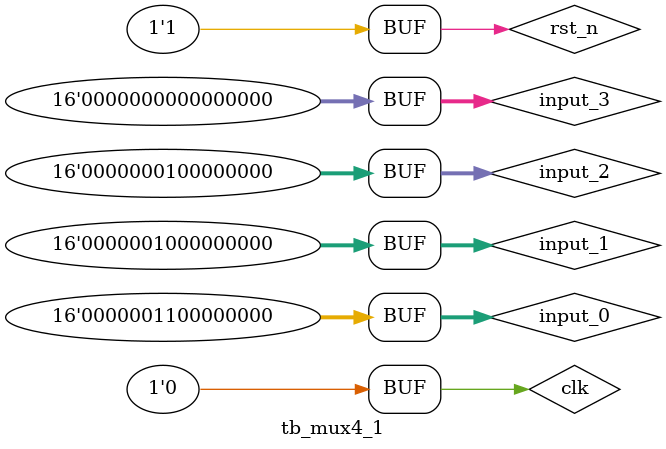
<source format=v>
`timescale 1ns / 1ps

module tb_mux4_1;
parameter WIDTH = 16;

// Input for mux module
reg clk;
reg rst_n;
reg [WIDTH-1:0] input_0, input_1, input_2, input_3;

reg [3:0] select;

// Output for mux module
wire [WIDTH-1:0] out;

mux4_1 #(.WIDTH(WIDTH)) mux_inst (.clk(clk), .rst_n(rst_n), .input_0(input_0), .input_1(input_1), .input_3(input_3), .out(out));

// Clock generation
initial begin
	repeat(50)
		#5 clk <= ~clk;
end

// Behavior
initial begin
    rst_n <= 0;
    clk <= 0;
    #1;
    input_0 <= 16'h0300;
    input_1 <= 16'h0200;
    input_2 <= 16'h0100;
    input_3 <= 16'h0000;
    rst_n <= 1;
    #10;
    input_0 <= 16'h0300;
    input_1 <= 16'h0200;
    input_2 <= 16'h0100;
    input_3 <= 16'h0000;
    rst_n <= 1;
    #10;
    input_0 <= 16'h0300;
    input_1 <= 16'h0200;
    input_2 <= 16'h0100;
    input_3 <= 16'h0000;
    rst_n <= 1;
    #10;
end

// Dumping to see the waveform file
initial begin
    // Set up VCD dump file
    $dumpfile("tb_mux4_1.vcd");  // VCD output file
    $dumpvars(0, tb_mux4_1);      // Dump all variables in the testbench
end


endmodule

</source>
